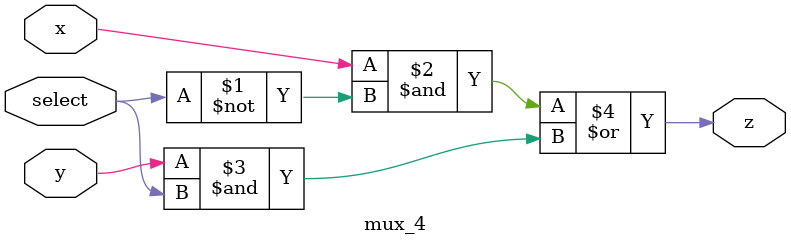
<source format=v>
module mux_4(
    input select,
    input x,
    input y,
    output z
);
    assign z = (x & ~select) | (y & select);
endmodule
</source>
